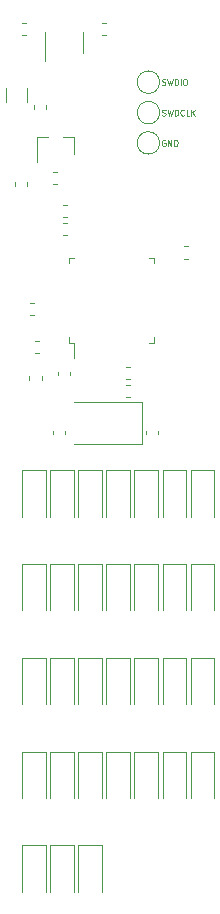
<source format=gbr>
G04 #@! TF.GenerationSoftware,KiCad,Pcbnew,(5.1.4-0)*
G04 #@! TF.CreationDate,2020-12-01T00:52:02+01:00*
G04 #@! TF.ProjectId,stm32split,73746d33-3273-4706-9c69-742e6b696361,rev?*
G04 #@! TF.SameCoordinates,Original*
G04 #@! TF.FileFunction,Legend,Top*
G04 #@! TF.FilePolarity,Positive*
%FSLAX46Y46*%
G04 Gerber Fmt 4.6, Leading zero omitted, Abs format (unit mm)*
G04 Created by KiCad (PCBNEW (5.1.4-0)) date 2020-12-01 00:52:02*
%MOMM*%
%LPD*%
G04 APERTURE LIST*
%ADD10C,0.120000*%
%ADD11C,0.100000*%
G04 APERTURE END LIST*
D10*
X194485000Y-159675000D02*
X194485000Y-163575000D01*
X192485000Y-159675000D02*
X192485000Y-163575000D01*
X194485000Y-159675000D02*
X192485000Y-159675000D01*
X192103750Y-159675000D02*
X192103750Y-163575000D01*
X190103750Y-159675000D02*
X190103750Y-163575000D01*
X192103750Y-159675000D02*
X190103750Y-159675000D01*
X189722500Y-159675000D02*
X189722500Y-163575000D01*
X187722500Y-159675000D02*
X187722500Y-163575000D01*
X189722500Y-159675000D02*
X187722500Y-159675000D01*
X204010000Y-151737500D02*
X204010000Y-155637500D01*
X202010000Y-151737500D02*
X202010000Y-155637500D01*
X204010000Y-151737500D02*
X202010000Y-151737500D01*
X201628750Y-151737500D02*
X201628750Y-155637500D01*
X199628750Y-151737500D02*
X199628750Y-155637500D01*
X201628750Y-151737500D02*
X199628750Y-151737500D01*
X199247500Y-151737500D02*
X199247500Y-155637500D01*
X197247500Y-151737500D02*
X197247500Y-155637500D01*
X199247500Y-151737500D02*
X197247500Y-151737500D01*
X196866250Y-151737500D02*
X196866250Y-155637500D01*
X194866250Y-151737500D02*
X194866250Y-155637500D01*
X196866250Y-151737500D02*
X194866250Y-151737500D01*
X194485000Y-151737500D02*
X194485000Y-155637500D01*
X192485000Y-151737500D02*
X192485000Y-155637500D01*
X194485000Y-151737500D02*
X192485000Y-151737500D01*
X192103750Y-151737500D02*
X192103750Y-155637500D01*
X190103750Y-151737500D02*
X190103750Y-155637500D01*
X192103750Y-151737500D02*
X190103750Y-151737500D01*
X189722500Y-151737500D02*
X189722500Y-155637500D01*
X187722500Y-151737500D02*
X187722500Y-155637500D01*
X189722500Y-151737500D02*
X187722500Y-151737500D01*
X204010000Y-143800000D02*
X204010000Y-147700000D01*
X202010000Y-143800000D02*
X202010000Y-147700000D01*
X204010000Y-143800000D02*
X202010000Y-143800000D01*
X201628750Y-143800000D02*
X201628750Y-147700000D01*
X199628750Y-143800000D02*
X199628750Y-147700000D01*
X201628750Y-143800000D02*
X199628750Y-143800000D01*
X199247500Y-143800000D02*
X199247500Y-147700000D01*
X197247500Y-143800000D02*
X197247500Y-147700000D01*
X199247500Y-143800000D02*
X197247500Y-143800000D01*
X196866250Y-143800000D02*
X196866250Y-147700000D01*
X194866250Y-143800000D02*
X194866250Y-147700000D01*
X196866250Y-143800000D02*
X194866250Y-143800000D01*
X194485000Y-143800000D02*
X194485000Y-147700000D01*
X192485000Y-143800000D02*
X192485000Y-147700000D01*
X194485000Y-143800000D02*
X192485000Y-143800000D01*
X192103750Y-143800000D02*
X192103750Y-147700000D01*
X190103750Y-143800000D02*
X190103750Y-147700000D01*
X192103750Y-143800000D02*
X190103750Y-143800000D01*
X189722500Y-143800000D02*
X189722500Y-147700000D01*
X187722500Y-143800000D02*
X187722500Y-147700000D01*
X189722500Y-143800000D02*
X187722500Y-143800000D01*
X204010000Y-135862500D02*
X204010000Y-139762500D01*
X202010000Y-135862500D02*
X202010000Y-139762500D01*
X204010000Y-135862500D02*
X202010000Y-135862500D01*
X201628750Y-135862500D02*
X201628750Y-139762500D01*
X199628750Y-135862500D02*
X199628750Y-139762500D01*
X201628750Y-135862500D02*
X199628750Y-135862500D01*
X199247500Y-135862500D02*
X199247500Y-139762500D01*
X197247500Y-135862500D02*
X197247500Y-139762500D01*
X199247500Y-135862500D02*
X197247500Y-135862500D01*
X196866250Y-135862500D02*
X196866250Y-139762500D01*
X194866250Y-135862500D02*
X194866250Y-139762500D01*
X196866250Y-135862500D02*
X194866250Y-135862500D01*
X194485000Y-135862500D02*
X194485000Y-139762500D01*
X192485000Y-135862500D02*
X192485000Y-139762500D01*
X194485000Y-135862500D02*
X192485000Y-135862500D01*
X192103750Y-135862500D02*
X192103750Y-139762500D01*
X190103750Y-135862500D02*
X190103750Y-139762500D01*
X192103750Y-135862500D02*
X190103750Y-135862500D01*
X189722500Y-135862500D02*
X189722500Y-139762500D01*
X187722500Y-135862500D02*
X187722500Y-139762500D01*
X189722500Y-135862500D02*
X187722500Y-135862500D01*
X204010000Y-127925000D02*
X204010000Y-131825000D01*
X202010000Y-127925000D02*
X202010000Y-131825000D01*
X204010000Y-127925000D02*
X202010000Y-127925000D01*
X201628750Y-127925000D02*
X201628750Y-131825000D01*
X199628750Y-127925000D02*
X199628750Y-131825000D01*
X201628750Y-127925000D02*
X199628750Y-127925000D01*
X199247500Y-127925000D02*
X199247500Y-131825000D01*
X197247500Y-127925000D02*
X197247500Y-131825000D01*
X199247500Y-127925000D02*
X197247500Y-127925000D01*
X196866250Y-127925000D02*
X196866250Y-131825000D01*
X194866250Y-127925000D02*
X194866250Y-131825000D01*
X196866250Y-127925000D02*
X194866250Y-127925000D01*
X194485000Y-127925000D02*
X194485000Y-131825000D01*
X192485000Y-127925000D02*
X192485000Y-131825000D01*
X194485000Y-127925000D02*
X192485000Y-127925000D01*
X192103750Y-127925000D02*
X192103750Y-131825000D01*
X190103750Y-127925000D02*
X190103750Y-131825000D01*
X192103750Y-127925000D02*
X190103750Y-127925000D01*
X189722500Y-127925000D02*
X189722500Y-131825000D01*
X187722500Y-127925000D02*
X187722500Y-131825000D01*
X189722500Y-127925000D02*
X187722500Y-127925000D01*
X191219721Y-106450000D02*
X191545279Y-106450000D01*
X191219721Y-105430000D02*
X191545279Y-105430000D01*
X187759721Y-91020000D02*
X188085279Y-91020000D01*
X187759721Y-90000000D02*
X188085279Y-90000000D01*
X194842779Y-90000000D02*
X194517221Y-90000000D01*
X194842779Y-91020000D02*
X194517221Y-91020000D01*
X188735279Y-113750000D02*
X188409721Y-113750000D01*
X188735279Y-114770000D02*
X188409721Y-114770000D01*
X199380000Y-100190000D02*
G75*
G03X199380000Y-100190000I-950000J0D01*
G01*
X199387500Y-97631250D02*
G75*
G03X199387500Y-97631250I-950000J0D01*
G01*
X199380000Y-95050000D02*
G75*
G03X199380000Y-95050000I-950000J0D01*
G01*
X197850000Y-122120000D02*
X192100000Y-122120000D01*
X197850000Y-125720000D02*
X197850000Y-122120000D01*
X192100000Y-125720000D02*
X197850000Y-125720000D01*
X187130000Y-103474721D02*
X187130000Y-103800279D01*
X188150000Y-103474721D02*
X188150000Y-103800279D01*
X196564721Y-121690000D02*
X196890279Y-121690000D01*
X196564721Y-120670000D02*
X196890279Y-120670000D01*
X196564721Y-120180000D02*
X196890279Y-120180000D01*
X196564721Y-119160000D02*
X196890279Y-119160000D01*
X188819721Y-117980000D02*
X189145279Y-117980000D01*
X188819721Y-116960000D02*
X189145279Y-116960000D01*
X191542779Y-106950000D02*
X191217221Y-106950000D01*
X191542779Y-107970000D02*
X191217221Y-107970000D01*
X201750279Y-108960000D02*
X201424721Y-108960000D01*
X201750279Y-109980000D02*
X201424721Y-109980000D01*
X191780000Y-119880279D02*
X191780000Y-119554721D01*
X190760000Y-119880279D02*
X190760000Y-119554721D01*
X188190000Y-96739564D02*
X188190000Y-95535436D01*
X186370000Y-96739564D02*
X186370000Y-95535436D01*
X190655279Y-102630000D02*
X190329721Y-102630000D01*
X190655279Y-103650000D02*
X190329721Y-103650000D01*
X189790000Y-97280279D02*
X189790000Y-96954721D01*
X188770000Y-97280279D02*
X188770000Y-96954721D01*
X198200000Y-124544721D02*
X198200000Y-124870279D01*
X199220000Y-124544721D02*
X199220000Y-124870279D01*
X190370000Y-124544721D02*
X190370000Y-124870279D01*
X191390000Y-124544721D02*
X191390000Y-124870279D01*
X189380000Y-120285279D02*
X189380000Y-119959721D01*
X188360000Y-120285279D02*
X188360000Y-119959721D01*
X192120000Y-99660000D02*
X192120000Y-101120000D01*
X188960000Y-99660000D02*
X188960000Y-101820000D01*
X188960000Y-99660000D02*
X189890000Y-99660000D01*
X192120000Y-99660000D02*
X191190000Y-99660000D01*
X192118750Y-117116250D02*
X192118750Y-118406250D01*
X191668750Y-117116250D02*
X192118750Y-117116250D01*
X191668750Y-116666250D02*
X191668750Y-117116250D01*
X191668750Y-109896250D02*
X192118750Y-109896250D01*
X191668750Y-110346250D02*
X191668750Y-109896250D01*
X198888750Y-117116250D02*
X198438750Y-117116250D01*
X198888750Y-116666250D02*
X198888750Y-117116250D01*
X198888750Y-109896250D02*
X198438750Y-109896250D01*
X198888750Y-110346250D02*
X198888750Y-109896250D01*
X189680000Y-90780000D02*
X189680000Y-93230000D01*
X192900000Y-92580000D02*
X192900000Y-90780000D01*
D11*
X199859047Y-99960000D02*
X199811428Y-99936190D01*
X199740000Y-99936190D01*
X199668571Y-99960000D01*
X199620952Y-100007619D01*
X199597142Y-100055238D01*
X199573333Y-100150476D01*
X199573333Y-100221904D01*
X199597142Y-100317142D01*
X199620952Y-100364761D01*
X199668571Y-100412380D01*
X199740000Y-100436190D01*
X199787619Y-100436190D01*
X199859047Y-100412380D01*
X199882857Y-100388571D01*
X199882857Y-100221904D01*
X199787619Y-100221904D01*
X200097142Y-100436190D02*
X200097142Y-99936190D01*
X200382857Y-100436190D01*
X200382857Y-99936190D01*
X200620952Y-100436190D02*
X200620952Y-99936190D01*
X200740000Y-99936190D01*
X200811428Y-99960000D01*
X200859047Y-100007619D01*
X200882857Y-100055238D01*
X200906666Y-100150476D01*
X200906666Y-100221904D01*
X200882857Y-100317142D01*
X200859047Y-100364761D01*
X200811428Y-100412380D01*
X200740000Y-100436190D01*
X200620952Y-100436190D01*
X199599047Y-97852380D02*
X199670476Y-97876190D01*
X199789523Y-97876190D01*
X199837142Y-97852380D01*
X199860952Y-97828571D01*
X199884761Y-97780952D01*
X199884761Y-97733333D01*
X199860952Y-97685714D01*
X199837142Y-97661904D01*
X199789523Y-97638095D01*
X199694285Y-97614285D01*
X199646666Y-97590476D01*
X199622857Y-97566666D01*
X199599047Y-97519047D01*
X199599047Y-97471428D01*
X199622857Y-97423809D01*
X199646666Y-97400000D01*
X199694285Y-97376190D01*
X199813333Y-97376190D01*
X199884761Y-97400000D01*
X200051428Y-97376190D02*
X200170476Y-97876190D01*
X200265714Y-97519047D01*
X200360952Y-97876190D01*
X200480000Y-97376190D01*
X200670476Y-97876190D02*
X200670476Y-97376190D01*
X200789523Y-97376190D01*
X200860952Y-97400000D01*
X200908571Y-97447619D01*
X200932380Y-97495238D01*
X200956190Y-97590476D01*
X200956190Y-97661904D01*
X200932380Y-97757142D01*
X200908571Y-97804761D01*
X200860952Y-97852380D01*
X200789523Y-97876190D01*
X200670476Y-97876190D01*
X201456190Y-97828571D02*
X201432380Y-97852380D01*
X201360952Y-97876190D01*
X201313333Y-97876190D01*
X201241904Y-97852380D01*
X201194285Y-97804761D01*
X201170476Y-97757142D01*
X201146666Y-97661904D01*
X201146666Y-97590476D01*
X201170476Y-97495238D01*
X201194285Y-97447619D01*
X201241904Y-97400000D01*
X201313333Y-97376190D01*
X201360952Y-97376190D01*
X201432380Y-97400000D01*
X201456190Y-97423809D01*
X201908571Y-97876190D02*
X201670476Y-97876190D01*
X201670476Y-97376190D01*
X202075238Y-97876190D02*
X202075238Y-97376190D01*
X202360952Y-97876190D02*
X202146666Y-97590476D01*
X202360952Y-97376190D02*
X202075238Y-97661904D01*
X199590476Y-95252380D02*
X199661904Y-95276190D01*
X199780952Y-95276190D01*
X199828571Y-95252380D01*
X199852380Y-95228571D01*
X199876190Y-95180952D01*
X199876190Y-95133333D01*
X199852380Y-95085714D01*
X199828571Y-95061904D01*
X199780952Y-95038095D01*
X199685714Y-95014285D01*
X199638095Y-94990476D01*
X199614285Y-94966666D01*
X199590476Y-94919047D01*
X199590476Y-94871428D01*
X199614285Y-94823809D01*
X199638095Y-94800000D01*
X199685714Y-94776190D01*
X199804761Y-94776190D01*
X199876190Y-94800000D01*
X200042857Y-94776190D02*
X200161904Y-95276190D01*
X200257142Y-94919047D01*
X200352380Y-95276190D01*
X200471428Y-94776190D01*
X200661904Y-95276190D02*
X200661904Y-94776190D01*
X200780952Y-94776190D01*
X200852380Y-94800000D01*
X200900000Y-94847619D01*
X200923809Y-94895238D01*
X200947619Y-94990476D01*
X200947619Y-95061904D01*
X200923809Y-95157142D01*
X200900000Y-95204761D01*
X200852380Y-95252380D01*
X200780952Y-95276190D01*
X200661904Y-95276190D01*
X201161904Y-95276190D02*
X201161904Y-94776190D01*
X201495238Y-94776190D02*
X201590476Y-94776190D01*
X201638095Y-94800000D01*
X201685714Y-94847619D01*
X201709523Y-94942857D01*
X201709523Y-95109523D01*
X201685714Y-95204761D01*
X201638095Y-95252380D01*
X201590476Y-95276190D01*
X201495238Y-95276190D01*
X201447619Y-95252380D01*
X201400000Y-95204761D01*
X201376190Y-95109523D01*
X201376190Y-94942857D01*
X201400000Y-94847619D01*
X201447619Y-94800000D01*
X201495238Y-94776190D01*
M02*

</source>
